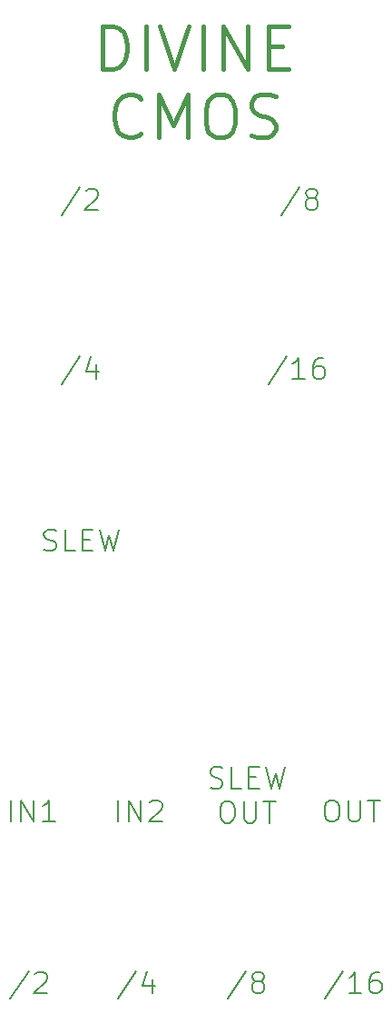
<source format=gbr>
G04 #@! TF.GenerationSoftware,KiCad,Pcbnew,(5.1.5-0)*
G04 #@! TF.CreationDate,2021-01-11T19:02:48-08:00*
G04 #@! TF.ProjectId,divinecmos,64697669-6e65-4636-9d6f-732e6b696361,rev?*
G04 #@! TF.SameCoordinates,Original*
G04 #@! TF.FileFunction,Legend,Top*
G04 #@! TF.FilePolarity,Positive*
%FSLAX46Y46*%
G04 Gerber Fmt 4.6, Leading zero omitted, Abs format (unit mm)*
G04 Created by KiCad (PCBNEW (5.1.5-0)) date 2021-01-11 19:02:48*
%MOMM*%
%LPD*%
G04 APERTURE LIST*
%ADD10C,0.200000*%
%ADD11C,0.400000*%
G04 APERTURE END LIST*
D10*
X25154761Y-89059523D02*
X23440476Y-91630952D01*
X26107142Y-90011904D02*
X25916666Y-89916666D01*
X25821428Y-89821428D01*
X25726190Y-89630952D01*
X25726190Y-89535714D01*
X25821428Y-89345238D01*
X25916666Y-89250000D01*
X26107142Y-89154761D01*
X26488095Y-89154761D01*
X26678571Y-89250000D01*
X26773809Y-89345238D01*
X26869047Y-89535714D01*
X26869047Y-89630952D01*
X26773809Y-89821428D01*
X26678571Y-89916666D01*
X26488095Y-90011904D01*
X26107142Y-90011904D01*
X25916666Y-90107142D01*
X25821428Y-90202380D01*
X25726190Y-90392857D01*
X25726190Y-90773809D01*
X25821428Y-90964285D01*
X25916666Y-91059523D01*
X26107142Y-91154761D01*
X26488095Y-91154761D01*
X26678571Y-91059523D01*
X26773809Y-90964285D01*
X26869047Y-90773809D01*
X26869047Y-90392857D01*
X26773809Y-90202380D01*
X26678571Y-90107142D01*
X26488095Y-90011904D01*
X4904761Y-89059523D02*
X3190476Y-91630952D01*
X5476190Y-89345238D02*
X5571428Y-89250000D01*
X5761904Y-89154761D01*
X6238095Y-89154761D01*
X6428571Y-89250000D01*
X6523809Y-89345238D01*
X6619047Y-89535714D01*
X6619047Y-89726190D01*
X6523809Y-90011904D01*
X5380952Y-91154761D01*
X6619047Y-91154761D01*
D11*
X11828571Y-5009523D02*
X11828571Y-1009523D01*
X12780952Y-1009523D01*
X13352380Y-1200000D01*
X13733333Y-1580952D01*
X13923809Y-1961904D01*
X14114285Y-2723809D01*
X14114285Y-3295238D01*
X13923809Y-4057142D01*
X13733333Y-4438095D01*
X13352380Y-4819047D01*
X12780952Y-5009523D01*
X11828571Y-5009523D01*
X15828571Y-5009523D02*
X15828571Y-1009523D01*
X17161904Y-1009523D02*
X18495238Y-5009523D01*
X19828571Y-1009523D01*
X21161904Y-5009523D02*
X21161904Y-1009523D01*
X23066666Y-5009523D02*
X23066666Y-1009523D01*
X25352380Y-5009523D01*
X25352380Y-1009523D01*
X27257142Y-2914285D02*
X28590476Y-2914285D01*
X29161904Y-5009523D02*
X27257142Y-5009523D01*
X27257142Y-1009523D01*
X29161904Y-1009523D01*
X15352380Y-11028571D02*
X15161904Y-11219047D01*
X14590476Y-11409523D01*
X14209523Y-11409523D01*
X13638095Y-11219047D01*
X13257142Y-10838095D01*
X13066666Y-10457142D01*
X12876190Y-9695238D01*
X12876190Y-9123809D01*
X13066666Y-8361904D01*
X13257142Y-7980952D01*
X13638095Y-7600000D01*
X14209523Y-7409523D01*
X14590476Y-7409523D01*
X15161904Y-7600000D01*
X15352380Y-7790476D01*
X17066666Y-11409523D02*
X17066666Y-7409523D01*
X18400000Y-10266666D01*
X19733333Y-7409523D01*
X19733333Y-11409523D01*
X22400000Y-7409523D02*
X23161904Y-7409523D01*
X23542857Y-7600000D01*
X23923809Y-7980952D01*
X24114285Y-8742857D01*
X24114285Y-10076190D01*
X23923809Y-10838095D01*
X23542857Y-11219047D01*
X23161904Y-11409523D01*
X22400000Y-11409523D01*
X22019047Y-11219047D01*
X21638095Y-10838095D01*
X21447619Y-10076190D01*
X21447619Y-8742857D01*
X21638095Y-7980952D01*
X22019047Y-7600000D01*
X22400000Y-7409523D01*
X25638095Y-11219047D02*
X26209523Y-11409523D01*
X27161904Y-11409523D01*
X27542857Y-11219047D01*
X27733333Y-11028571D01*
X27923809Y-10647619D01*
X27923809Y-10266666D01*
X27733333Y-9885714D01*
X27542857Y-9695238D01*
X27161904Y-9504761D01*
X26400000Y-9314285D01*
X26019047Y-9123809D01*
X25828571Y-8933333D01*
X25638095Y-8552380D01*
X25638095Y-8171428D01*
X25828571Y-7790476D01*
X26019047Y-7600000D01*
X26400000Y-7409523D01*
X27352380Y-7409523D01*
X27923809Y-7600000D01*
D10*
X28952380Y-31809523D02*
X27238095Y-34380952D01*
X30666666Y-33904761D02*
X29523809Y-33904761D01*
X30095238Y-33904761D02*
X30095238Y-31904761D01*
X29904761Y-32190476D01*
X29714285Y-32380952D01*
X29523809Y-32476190D01*
X32380952Y-31904761D02*
X32000000Y-31904761D01*
X31809523Y-32000000D01*
X31714285Y-32095238D01*
X31523809Y-32380952D01*
X31428571Y-32761904D01*
X31428571Y-33523809D01*
X31523809Y-33714285D01*
X31619047Y-33809523D01*
X31809523Y-33904761D01*
X32190476Y-33904761D01*
X32380952Y-33809523D01*
X32476190Y-33714285D01*
X32571428Y-33523809D01*
X32571428Y-33047619D01*
X32476190Y-32857142D01*
X32380952Y-32761904D01*
X32190476Y-32666666D01*
X31809523Y-32666666D01*
X31619047Y-32761904D01*
X31523809Y-32857142D01*
X31428571Y-33047619D01*
X30154761Y-16059523D02*
X28440476Y-18630952D01*
X31107142Y-17011904D02*
X30916666Y-16916666D01*
X30821428Y-16821428D01*
X30726190Y-16630952D01*
X30726190Y-16535714D01*
X30821428Y-16345238D01*
X30916666Y-16250000D01*
X31107142Y-16154761D01*
X31488095Y-16154761D01*
X31678571Y-16250000D01*
X31773809Y-16345238D01*
X31869047Y-16535714D01*
X31869047Y-16630952D01*
X31773809Y-16821428D01*
X31678571Y-16916666D01*
X31488095Y-17011904D01*
X31107142Y-17011904D01*
X30916666Y-17107142D01*
X30821428Y-17202380D01*
X30726190Y-17392857D01*
X30726190Y-17773809D01*
X30821428Y-17964285D01*
X30916666Y-18059523D01*
X31107142Y-18154761D01*
X31488095Y-18154761D01*
X31678571Y-18059523D01*
X31773809Y-17964285D01*
X31869047Y-17773809D01*
X31869047Y-17392857D01*
X31773809Y-17202380D01*
X31678571Y-17107142D01*
X31488095Y-17011904D01*
X9654761Y-16059523D02*
X7940476Y-18630952D01*
X10226190Y-16345238D02*
X10321428Y-16250000D01*
X10511904Y-16154761D01*
X10988095Y-16154761D01*
X11178571Y-16250000D01*
X11273809Y-16345238D01*
X11369047Y-16535714D01*
X11369047Y-16726190D01*
X11273809Y-17011904D01*
X10130952Y-18154761D01*
X11369047Y-18154761D01*
X9654761Y-31809523D02*
X7940476Y-34380952D01*
X11178571Y-32571428D02*
X11178571Y-33904761D01*
X10702380Y-31809523D02*
X10226190Y-33238095D01*
X11464285Y-33238095D01*
X6321428Y-49809523D02*
X6607142Y-49904761D01*
X7083333Y-49904761D01*
X7273809Y-49809523D01*
X7369047Y-49714285D01*
X7464285Y-49523809D01*
X7464285Y-49333333D01*
X7369047Y-49142857D01*
X7273809Y-49047619D01*
X7083333Y-48952380D01*
X6702380Y-48857142D01*
X6511904Y-48761904D01*
X6416666Y-48666666D01*
X6321428Y-48476190D01*
X6321428Y-48285714D01*
X6416666Y-48095238D01*
X6511904Y-48000000D01*
X6702380Y-47904761D01*
X7178571Y-47904761D01*
X7464285Y-48000000D01*
X9273809Y-49904761D02*
X8321428Y-49904761D01*
X8321428Y-47904761D01*
X9940476Y-48857142D02*
X10607142Y-48857142D01*
X10892857Y-49904761D02*
X9940476Y-49904761D01*
X9940476Y-47904761D01*
X10892857Y-47904761D01*
X11559523Y-47904761D02*
X12035714Y-49904761D01*
X12416666Y-48476190D01*
X12797619Y-49904761D01*
X13273809Y-47904761D01*
X34202380Y-89059523D02*
X32488095Y-91630952D01*
X35916666Y-91154761D02*
X34773809Y-91154761D01*
X35345238Y-91154761D02*
X35345238Y-89154761D01*
X35154761Y-89440476D01*
X34964285Y-89630952D01*
X34773809Y-89726190D01*
X37630952Y-89154761D02*
X37250000Y-89154761D01*
X37059523Y-89250000D01*
X36964285Y-89345238D01*
X36773809Y-89630952D01*
X36678571Y-90011904D01*
X36678571Y-90773809D01*
X36773809Y-90964285D01*
X36869047Y-91059523D01*
X37059523Y-91154761D01*
X37440476Y-91154761D01*
X37630952Y-91059523D01*
X37726190Y-90964285D01*
X37821428Y-90773809D01*
X37821428Y-90297619D01*
X37726190Y-90107142D01*
X37630952Y-90011904D01*
X37440476Y-89916666D01*
X37059523Y-89916666D01*
X36869047Y-90011904D01*
X36773809Y-90107142D01*
X36678571Y-90297619D01*
X14904761Y-89059523D02*
X13190476Y-91630952D01*
X16428571Y-89821428D02*
X16428571Y-91154761D01*
X15952380Y-89059523D02*
X15476190Y-90488095D01*
X16714285Y-90488095D01*
X3250000Y-75154761D02*
X3250000Y-73154761D01*
X4202380Y-75154761D02*
X4202380Y-73154761D01*
X5345238Y-75154761D01*
X5345238Y-73154761D01*
X7345238Y-75154761D02*
X6202380Y-75154761D01*
X6773809Y-75154761D02*
X6773809Y-73154761D01*
X6583333Y-73440476D01*
X6392857Y-73630952D01*
X6202380Y-73726190D01*
X33000000Y-73154761D02*
X33380952Y-73154761D01*
X33571428Y-73250000D01*
X33761904Y-73440476D01*
X33857142Y-73821428D01*
X33857142Y-74488095D01*
X33761904Y-74869047D01*
X33571428Y-75059523D01*
X33380952Y-75154761D01*
X33000000Y-75154761D01*
X32809523Y-75059523D01*
X32619047Y-74869047D01*
X32523809Y-74488095D01*
X32523809Y-73821428D01*
X32619047Y-73440476D01*
X32809523Y-73250000D01*
X33000000Y-73154761D01*
X34714285Y-73154761D02*
X34714285Y-74773809D01*
X34809523Y-74964285D01*
X34904761Y-75059523D01*
X35095238Y-75154761D01*
X35476190Y-75154761D01*
X35666666Y-75059523D01*
X35761904Y-74964285D01*
X35857142Y-74773809D01*
X35857142Y-73154761D01*
X36523809Y-73154761D02*
X37666666Y-73154761D01*
X37095238Y-75154761D02*
X37095238Y-73154761D01*
X21821428Y-71959523D02*
X22107142Y-72054761D01*
X22583333Y-72054761D01*
X22773809Y-71959523D01*
X22869047Y-71864285D01*
X22964285Y-71673809D01*
X22964285Y-71483333D01*
X22869047Y-71292857D01*
X22773809Y-71197619D01*
X22583333Y-71102380D01*
X22202380Y-71007142D01*
X22011904Y-70911904D01*
X21916666Y-70816666D01*
X21821428Y-70626190D01*
X21821428Y-70435714D01*
X21916666Y-70245238D01*
X22011904Y-70150000D01*
X22202380Y-70054761D01*
X22678571Y-70054761D01*
X22964285Y-70150000D01*
X24773809Y-72054761D02*
X23821428Y-72054761D01*
X23821428Y-70054761D01*
X25440476Y-71007142D02*
X26107142Y-71007142D01*
X26392857Y-72054761D02*
X25440476Y-72054761D01*
X25440476Y-70054761D01*
X26392857Y-70054761D01*
X27059523Y-70054761D02*
X27535714Y-72054761D01*
X27916666Y-70626190D01*
X28297619Y-72054761D01*
X28773809Y-70054761D01*
X23250000Y-73254761D02*
X23630952Y-73254761D01*
X23821428Y-73350000D01*
X24011904Y-73540476D01*
X24107142Y-73921428D01*
X24107142Y-74588095D01*
X24011904Y-74969047D01*
X23821428Y-75159523D01*
X23630952Y-75254761D01*
X23250000Y-75254761D01*
X23059523Y-75159523D01*
X22869047Y-74969047D01*
X22773809Y-74588095D01*
X22773809Y-73921428D01*
X22869047Y-73540476D01*
X23059523Y-73350000D01*
X23250000Y-73254761D01*
X24964285Y-73254761D02*
X24964285Y-74873809D01*
X25059523Y-75064285D01*
X25154761Y-75159523D01*
X25345238Y-75254761D01*
X25726190Y-75254761D01*
X25916666Y-75159523D01*
X26011904Y-75064285D01*
X26107142Y-74873809D01*
X26107142Y-73254761D01*
X26773809Y-73254761D02*
X27916666Y-73254761D01*
X27345238Y-75254761D02*
X27345238Y-73254761D01*
X13250000Y-75154761D02*
X13250000Y-73154761D01*
X14202380Y-75154761D02*
X14202380Y-73154761D01*
X15345238Y-75154761D01*
X15345238Y-73154761D01*
X16202380Y-73345238D02*
X16297619Y-73250000D01*
X16488095Y-73154761D01*
X16964285Y-73154761D01*
X17154761Y-73250000D01*
X17250000Y-73345238D01*
X17345238Y-73535714D01*
X17345238Y-73726190D01*
X17250000Y-74011904D01*
X16107142Y-75154761D01*
X17345238Y-75154761D01*
M02*

</source>
